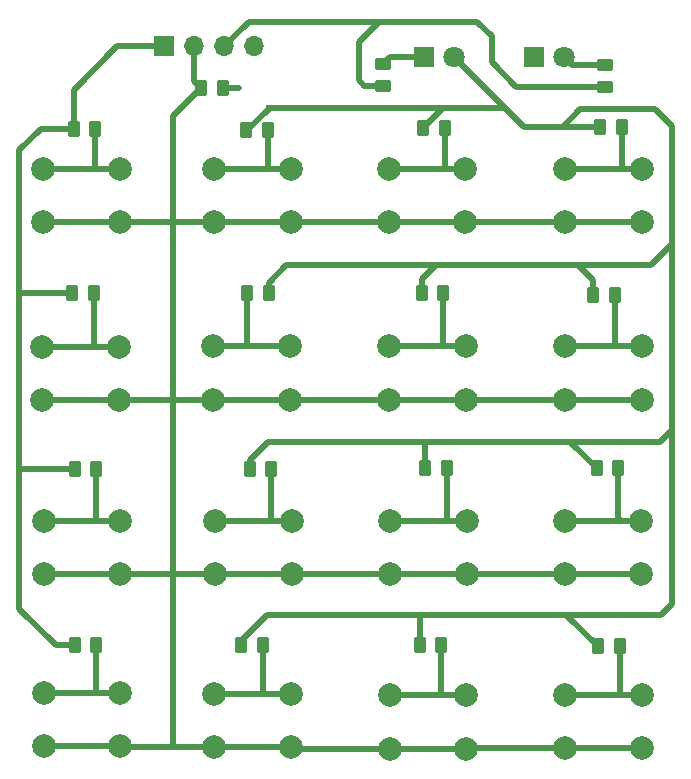
<source format=gbr>
%TF.GenerationSoftware,KiCad,Pcbnew,8.0.6*%
%TF.CreationDate,2024-10-18T13:29:46-03:00*%
%TF.ProjectId,analog-keypad-16-keys,616e616c-6f67-42d6-9b65-797061642d31,rev?*%
%TF.SameCoordinates,Original*%
%TF.FileFunction,Copper,L1,Top*%
%TF.FilePolarity,Positive*%
%FSLAX46Y46*%
G04 Gerber Fmt 4.6, Leading zero omitted, Abs format (unit mm)*
G04 Created by KiCad (PCBNEW 8.0.6) date 2024-10-18 13:29:46*
%MOMM*%
%LPD*%
G01*
G04 APERTURE LIST*
G04 Aperture macros list*
%AMRoundRect*
0 Rectangle with rounded corners*
0 $1 Rounding radius*
0 $2 $3 $4 $5 $6 $7 $8 $9 X,Y pos of 4 corners*
0 Add a 4 corners polygon primitive as box body*
4,1,4,$2,$3,$4,$5,$6,$7,$8,$9,$2,$3,0*
0 Add four circle primitives for the rounded corners*
1,1,$1+$1,$2,$3*
1,1,$1+$1,$4,$5*
1,1,$1+$1,$6,$7*
1,1,$1+$1,$8,$9*
0 Add four rect primitives between the rounded corners*
20,1,$1+$1,$2,$3,$4,$5,0*
20,1,$1+$1,$4,$5,$6,$7,0*
20,1,$1+$1,$6,$7,$8,$9,0*
20,1,$1+$1,$8,$9,$2,$3,0*%
G04 Aperture macros list end*
%TA.AperFunction,ComponentPad*%
%ADD10C,2.000000*%
%TD*%
%TA.AperFunction,SMDPad,CuDef*%
%ADD11RoundRect,0.250000X-0.262500X-0.450000X0.262500X-0.450000X0.262500X0.450000X-0.262500X0.450000X0*%
%TD*%
%TA.AperFunction,ComponentPad*%
%ADD12R,1.700000X1.700000*%
%TD*%
%TA.AperFunction,ComponentPad*%
%ADD13O,1.700000X1.700000*%
%TD*%
%TA.AperFunction,ComponentPad*%
%ADD14R,1.800000X1.800000*%
%TD*%
%TA.AperFunction,ComponentPad*%
%ADD15C,1.800000*%
%TD*%
%TA.AperFunction,SMDPad,CuDef*%
%ADD16RoundRect,0.250000X0.262500X0.450000X-0.262500X0.450000X-0.262500X-0.450000X0.262500X-0.450000X0*%
%TD*%
%TA.AperFunction,SMDPad,CuDef*%
%ADD17RoundRect,0.250000X-0.450000X0.262500X-0.450000X-0.262500X0.450000X-0.262500X0.450000X0.262500X0*%
%TD*%
%TA.AperFunction,SMDPad,CuDef*%
%ADD18RoundRect,0.250000X0.450000X-0.262500X0.450000X0.262500X-0.450000X0.262500X-0.450000X-0.262500X0*%
%TD*%
%TA.AperFunction,ViaPad*%
%ADD19C,0.600000*%
%TD*%
%TA.AperFunction,Conductor*%
%ADD20C,0.500000*%
%TD*%
G04 APERTURE END LIST*
D10*
%TO.P,SW1,1,1*%
%TO.N,Net-(R1-Pad2)*%
X98800000Y-49600000D03*
X105300000Y-49600000D03*
%TO.P,SW1,2,2*%
%TO.N,Signal*%
X98800000Y-54100000D03*
X105300000Y-54100000D03*
%TD*%
%TO.P,SW11,1,1*%
%TO.N,Net-(R10-Pad2)*%
X128200000Y-79400000D03*
X134700000Y-79400000D03*
%TO.P,SW11,2,2*%
%TO.N,Signal*%
X128200000Y-83900000D03*
X134700000Y-83900000D03*
%TD*%
D11*
%TO.P,R2,1*%
%TO.N,VCC*%
X101275000Y-60100000D03*
%TO.P,R2,2*%
%TO.N,Net-(R2-Pad2)*%
X103100000Y-60100000D03*
%TD*%
%TO.P,R3,1*%
%TO.N,VCC*%
X101475000Y-75000000D03*
%TO.P,R3,2*%
%TO.N,Net-(R3-Pad2)*%
X103300000Y-75000000D03*
%TD*%
D12*
%TO.P,J1,1,Pin_1*%
%TO.N,VCC*%
X109060000Y-39200000D03*
D13*
%TO.P,J1,2,Pin_2*%
%TO.N,Signal*%
X111600000Y-39200000D03*
%TO.P,J1,3,Pin_3*%
%TO.N,LEDs*%
X114140000Y-39200000D03*
%TO.P,J1,4,Pin_4*%
%TO.N,GND*%
X116680000Y-39200000D03*
%TD*%
D11*
%TO.P,R8,1*%
%TO.N,VCC*%
X115987500Y-46300000D03*
%TO.P,R8,2*%
%TO.N,Net-(R8-Pad2)*%
X117812500Y-46300000D03*
%TD*%
D10*
%TO.P,SW4,1,1*%
%TO.N,Net-(R4-Pad2)*%
X98850000Y-93950000D03*
X105350000Y-93950000D03*
%TO.P,SW4,2,2*%
%TO.N,Signal*%
X98850000Y-98450000D03*
X105350000Y-98450000D03*
%TD*%
%TO.P,SW15,1,1*%
%TO.N,Net-(R14-Pad2)*%
X142950000Y-79350000D03*
X149450000Y-79350000D03*
%TO.P,SW15,2,2*%
%TO.N,Signal*%
X142950000Y-83850000D03*
X149450000Y-83850000D03*
%TD*%
D11*
%TO.P,R15,1*%
%TO.N,VCC*%
X145787500Y-90000000D03*
%TO.P,R15,2*%
%TO.N,Net-(R15-Pad2)*%
X147612500Y-90000000D03*
%TD*%
D14*
%TO.P,D2,1,K*%
%TO.N,GND*%
X140400000Y-40100000D03*
D15*
%TO.P,D2,2,A*%
%TO.N,Net-(D2-A)*%
X142940000Y-40100000D03*
%TD*%
D10*
%TO.P,SW7,1,1*%
%TO.N,Net-(R6-Pad2)*%
X113350000Y-79350000D03*
X119850000Y-79350000D03*
%TO.P,SW7,2,2*%
%TO.N,Signal*%
X113350000Y-83850000D03*
X119850000Y-83850000D03*
%TD*%
D11*
%TO.P,R14,1*%
%TO.N,VCC*%
X145687500Y-74900000D03*
%TO.P,R14,2*%
%TO.N,Net-(R14-Pad2)*%
X147512500Y-74900000D03*
%TD*%
D16*
%TO.P,R5,1*%
%TO.N,VCC*%
X117900000Y-60100000D03*
%TO.P,R5,2*%
%TO.N,Net-(R5-Pad2)*%
X116075000Y-60100000D03*
%TD*%
D10*
%TO.P,SW13,1,1*%
%TO.N,Net-(R16-Pad2)*%
X143000000Y-49600000D03*
X149500000Y-49600000D03*
%TO.P,SW13,2,2*%
%TO.N,Signal*%
X143000000Y-54100000D03*
X149500000Y-54100000D03*
%TD*%
D11*
%TO.P,R7,1*%
%TO.N,VCC*%
X115587500Y-89900000D03*
%TO.P,R7,2*%
%TO.N,Net-(R7-Pad2)*%
X117412500Y-89900000D03*
%TD*%
D10*
%TO.P,SW12,1,1*%
%TO.N,Net-(R11-Pad2)*%
X128150000Y-94150000D03*
X134650000Y-94150000D03*
%TO.P,SW12,2,2*%
%TO.N,Signal*%
X128150000Y-98650000D03*
X134650000Y-98650000D03*
%TD*%
D17*
%TO.P,R19,1*%
%TO.N,Net-(D2-A)*%
X146400000Y-40775000D03*
%TO.P,R19,2*%
%TO.N,LEDs*%
X146400000Y-42600000D03*
%TD*%
D11*
%TO.P,R12,1*%
%TO.N,VCC*%
X130987500Y-46100000D03*
%TO.P,R12,2*%
%TO.N,Net-(R12-Pad2)*%
X132812500Y-46100000D03*
%TD*%
D10*
%TO.P,SW3,1,1*%
%TO.N,Net-(R3-Pad2)*%
X98850000Y-79350000D03*
X105350000Y-79350000D03*
%TO.P,SW3,2,2*%
%TO.N,Signal*%
X98850000Y-83850000D03*
X105350000Y-83850000D03*
%TD*%
%TO.P,SW10,1,1*%
%TO.N,Net-(R9-Pad2)*%
X128100000Y-64600000D03*
X134600000Y-64600000D03*
%TO.P,SW10,2,2*%
%TO.N,Signal*%
X128100000Y-69100000D03*
X134600000Y-69100000D03*
%TD*%
D11*
%TO.P,R17,1*%
%TO.N,Signal*%
X112187500Y-42700000D03*
%TO.P,R17,2*%
%TO.N,GND*%
X114012500Y-42700000D03*
%TD*%
D10*
%TO.P,SW6,1,1*%
%TO.N,Net-(R5-Pad2)*%
X113200000Y-64600000D03*
X119700000Y-64600000D03*
%TO.P,SW6,2,2*%
%TO.N,Signal*%
X113200000Y-69100000D03*
X119700000Y-69100000D03*
%TD*%
%TO.P,SW2,1,1*%
%TO.N,Net-(R2-Pad2)*%
X98750000Y-64650000D03*
X105250000Y-64650000D03*
%TO.P,SW2,2,2*%
%TO.N,Signal*%
X98750000Y-69150000D03*
X105250000Y-69150000D03*
%TD*%
%TO.P,SW9,1,1*%
%TO.N,Net-(R12-Pad2)*%
X128050000Y-49550000D03*
X134550000Y-49550000D03*
%TO.P,SW9,2,2*%
%TO.N,Signal*%
X128050000Y-54050000D03*
X134550000Y-54050000D03*
%TD*%
%TO.P,SW16,1,1*%
%TO.N,Net-(R15-Pad2)*%
X143000000Y-94100000D03*
X149500000Y-94100000D03*
%TO.P,SW16,2,2*%
%TO.N,Signal*%
X143000000Y-98600000D03*
X149500000Y-98600000D03*
%TD*%
D11*
%TO.P,R10,1*%
%TO.N,VCC*%
X131175000Y-74900000D03*
%TO.P,R10,2*%
%TO.N,Net-(R10-Pad2)*%
X133000000Y-74900000D03*
%TD*%
%TO.P,R6,1*%
%TO.N,VCC*%
X116287500Y-75000000D03*
%TO.P,R6,2*%
%TO.N,Net-(R6-Pad2)*%
X118112500Y-75000000D03*
%TD*%
%TO.P,R4,1*%
%TO.N,VCC*%
X101475000Y-89900000D03*
%TO.P,R4,2*%
%TO.N,Net-(R4-Pad2)*%
X103300000Y-89900000D03*
%TD*%
D10*
%TO.P,SW14,1,1*%
%TO.N,Net-(R13-Pad2)*%
X143000000Y-64600000D03*
X149500000Y-64600000D03*
%TO.P,SW14,2,2*%
%TO.N,Signal*%
X143000000Y-69100000D03*
X149500000Y-69100000D03*
%TD*%
D11*
%TO.P,R9,1*%
%TO.N,VCC*%
X130875000Y-60100000D03*
%TO.P,R9,2*%
%TO.N,Net-(R9-Pad2)*%
X132700000Y-60100000D03*
%TD*%
D10*
%TO.P,SW5,1,1*%
%TO.N,Net-(R8-Pad2)*%
X113300000Y-49600000D03*
X119800000Y-49600000D03*
%TO.P,SW5,2,2*%
%TO.N,Signal*%
X113300000Y-54100000D03*
X119800000Y-54100000D03*
%TD*%
D14*
%TO.P,D1,1,K*%
%TO.N,Net-(D1-K)*%
X131060000Y-40100000D03*
D15*
%TO.P,D1,2,A*%
%TO.N,VCC*%
X133600000Y-40100000D03*
%TD*%
D11*
%TO.P,R16,1*%
%TO.N,VCC*%
X145987500Y-46000000D03*
%TO.P,R16,2*%
%TO.N,Net-(R16-Pad2)*%
X147812500Y-46000000D03*
%TD*%
%TO.P,R11,1*%
%TO.N,VCC*%
X130687500Y-89900000D03*
%TO.P,R11,2*%
%TO.N,Net-(R11-Pad2)*%
X132512500Y-89900000D03*
%TD*%
%TO.P,R1,1*%
%TO.N,VCC*%
X101387500Y-46200000D03*
%TO.P,R1,2*%
%TO.N,Net-(R1-Pad2)*%
X103212500Y-46200000D03*
%TD*%
D18*
%TO.P,R18,1*%
%TO.N,LEDs*%
X127600000Y-42512500D03*
%TO.P,R18,2*%
%TO.N,Net-(D1-K)*%
X127600000Y-40687500D03*
%TD*%
D11*
%TO.P,R13,1*%
%TO.N,VCC*%
X145387500Y-60200000D03*
%TO.P,R13,2*%
%TO.N,Net-(R13-Pad2)*%
X147212500Y-60200000D03*
%TD*%
D10*
%TO.P,SW8,1,1*%
%TO.N,Net-(R7-Pad2)*%
X113300000Y-94050000D03*
X119800000Y-94050000D03*
%TO.P,SW8,2,2*%
%TO.N,Signal*%
X113300000Y-98550000D03*
X119800000Y-98550000D03*
%TD*%
D19*
%TO.N,VCC*%
X117900000Y-44450000D03*
%TO.N,GND*%
X115300000Y-42700000D03*
%TD*%
D20*
%TO.N,VCC*%
X117900000Y-44503122D02*
X117900000Y-44450000D01*
X101275000Y-60100000D02*
X96800000Y-60100000D01*
X152050000Y-71650000D02*
X152050000Y-70600000D01*
X152050000Y-55450000D02*
X152050000Y-45900000D01*
X115587500Y-89512500D02*
X117800000Y-87300000D01*
X96800000Y-48000000D02*
X98600000Y-46200000D01*
X152000000Y-55950000D02*
X152050000Y-55900000D01*
X142800000Y-46000000D02*
X142500000Y-46000000D01*
X130687500Y-89900000D02*
X130687500Y-87337500D01*
X117800000Y-87300000D02*
X130650000Y-87300000D01*
X105050000Y-39200000D02*
X101387500Y-42862500D01*
X96800000Y-86800000D02*
X96800000Y-74950000D01*
X130875000Y-58925000D02*
X132100000Y-57700000D01*
X133000000Y-57700000D02*
X144100000Y-57700000D01*
X131175000Y-72675000D02*
X131200000Y-72650000D01*
X116287500Y-75000000D02*
X116287500Y-74212500D01*
X98600000Y-46200000D02*
X101387500Y-46200000D01*
X117953122Y-44450000D02*
X117953122Y-44450000D01*
X143087500Y-87300000D02*
X145787500Y-90000000D01*
X139500000Y-46000000D02*
X142500000Y-46000000D01*
X145387500Y-58987500D02*
X145387500Y-60200000D01*
X152050000Y-70600000D02*
X152050000Y-55450000D01*
X151050000Y-72650000D02*
X152050000Y-71650000D01*
X131200000Y-72650000D02*
X143437500Y-72650000D01*
X96800000Y-60100000D02*
X96800000Y-48000000D01*
X132637500Y-44450000D02*
X133700000Y-44450000D01*
X150650000Y-44500000D02*
X144300000Y-44500000D01*
X96800000Y-74950000D02*
X96800000Y-60100000D01*
X144100000Y-57700000D02*
X150250000Y-57700000D01*
X152050000Y-55900000D02*
X152050000Y-55450000D01*
X130875000Y-60100000D02*
X130875000Y-58925000D01*
X99900000Y-89900000D02*
X96800000Y-86800000D01*
X115587500Y-89900000D02*
X115587500Y-89512500D01*
X132100000Y-57700000D02*
X133000000Y-57700000D01*
X133700000Y-44450000D02*
X137950000Y-44450000D01*
X116287500Y-74212500D02*
X117850000Y-72650000D01*
X116103122Y-46300000D02*
X117900000Y-44503122D01*
X144300000Y-44500000D02*
X142800000Y-46000000D01*
X115987500Y-46300000D02*
X116103122Y-46300000D01*
X119400000Y-57700000D02*
X133000000Y-57700000D01*
X151150000Y-87300000D02*
X152050000Y-86400000D01*
X130987500Y-46100000D02*
X132637500Y-44450000D01*
X109060000Y-39200000D02*
X105050000Y-39200000D01*
X143437500Y-72650000D02*
X151050000Y-72650000D01*
X133600000Y-40100000D02*
X137950000Y-44450000D01*
X131175000Y-74900000D02*
X131175000Y-72675000D01*
X143087500Y-87300000D02*
X151150000Y-87300000D01*
X152050000Y-45900000D02*
X150650000Y-44500000D01*
X143437500Y-72650000D02*
X145687500Y-74900000D01*
X101387500Y-42862500D02*
X101387500Y-46200000D01*
X130687500Y-87337500D02*
X130650000Y-87300000D01*
X101475000Y-75000000D02*
X96850000Y-75000000D01*
X142500000Y-46000000D02*
X145987500Y-46000000D01*
X152050000Y-86400000D02*
X152050000Y-70600000D01*
X150250000Y-57700000D02*
X152050000Y-55900000D01*
X101475000Y-89900000D02*
X99900000Y-89900000D01*
X117953122Y-44450000D02*
X133700000Y-44450000D01*
X117900000Y-60100000D02*
X117900000Y-59200000D01*
X117900000Y-44450000D02*
X117953122Y-44450000D01*
X137950000Y-44450000D02*
X139500000Y-46000000D01*
X117900000Y-59200000D02*
X119400000Y-57700000D01*
X96850000Y-75000000D02*
X96800000Y-74950000D01*
X144100000Y-57700000D02*
X145387500Y-58987500D01*
X130650000Y-87300000D02*
X143087500Y-87300000D01*
X117850000Y-72650000D02*
X131200000Y-72650000D01*
%TO.N,Net-(D1-K)*%
X128187500Y-40100000D02*
X127600000Y-40687500D01*
X131060000Y-40100000D02*
X128187500Y-40100000D01*
%TO.N,GND*%
X114012500Y-42700000D02*
X115300000Y-42700000D01*
X115300000Y-42700000D02*
X115350000Y-42700000D01*
%TO.N,Net-(D2-A)*%
X146400000Y-40775000D02*
X143615000Y-40775000D01*
X143615000Y-40775000D02*
X142940000Y-40100000D01*
%TO.N,Signal*%
X113300000Y-54100000D02*
X104200000Y-54100000D01*
X134600000Y-69100000D02*
X128100000Y-69100000D01*
X113300000Y-98550000D02*
X109800000Y-98550000D01*
X111600000Y-42112500D02*
X112187500Y-42700000D01*
X111600000Y-39200000D02*
X111600000Y-42112500D01*
X109800000Y-45087500D02*
X109800000Y-98550000D01*
X134600000Y-54100000D02*
X134550000Y-54050000D01*
X149500000Y-69100000D02*
X143000000Y-69100000D01*
X134700000Y-98600000D02*
X134650000Y-98650000D01*
X119850000Y-54050000D02*
X119800000Y-54100000D01*
X128150000Y-98650000D02*
X119900000Y-98650000D01*
X149500000Y-54100000D02*
X143000000Y-54100000D01*
X149450000Y-83850000D02*
X142950000Y-83850000D01*
X149500000Y-98600000D02*
X143000000Y-98600000D01*
X104200000Y-54100000D02*
X98800000Y-54100000D01*
X134600000Y-69100000D02*
X143000000Y-69100000D01*
X105300000Y-54100000D02*
X104200000Y-54100000D01*
X105350000Y-83850000D02*
X98850000Y-83850000D01*
X119800000Y-98550000D02*
X113300000Y-98550000D01*
X119900000Y-98650000D02*
X119800000Y-98550000D01*
X105250000Y-69150000D02*
X98750000Y-69150000D01*
X134650000Y-98650000D02*
X128150000Y-98650000D01*
X134700000Y-83900000D02*
X128200000Y-83900000D01*
X143000000Y-98600000D02*
X134700000Y-98600000D01*
X143000000Y-54100000D02*
X134600000Y-54100000D01*
X105250000Y-69150000D02*
X105650000Y-69150000D01*
X119900000Y-83900000D02*
X119850000Y-83850000D01*
X105650000Y-69150000D02*
X105700000Y-69100000D01*
X128200000Y-83900000D02*
X119900000Y-83900000D01*
X109800000Y-98550000D02*
X105450000Y-98550000D01*
X134550000Y-54050000D02*
X128050000Y-54050000D01*
X128050000Y-54050000D02*
X119850000Y-54050000D01*
X105350000Y-98450000D02*
X98850000Y-98450000D01*
X119800000Y-54100000D02*
X113300000Y-54100000D01*
X105700000Y-69100000D02*
X113200000Y-69100000D01*
X142950000Y-83850000D02*
X142450000Y-83850000D01*
X119700000Y-69100000D02*
X113200000Y-69100000D01*
X142400000Y-83900000D02*
X134700000Y-83900000D01*
X112187500Y-42700000D02*
X109800000Y-45087500D01*
X119850000Y-83850000D02*
X113350000Y-83850000D01*
X113350000Y-83850000D02*
X105350000Y-83850000D01*
X105450000Y-98550000D02*
X105350000Y-98450000D01*
X119700000Y-69100000D02*
X128100000Y-69100000D01*
X142450000Y-83850000D02*
X142400000Y-83900000D01*
%TO.N,LEDs*%
X136800000Y-40550000D02*
X136800000Y-38350000D01*
X125550000Y-42050000D02*
X126012500Y-42512500D01*
X126012500Y-42512500D02*
X127600000Y-42512500D01*
X114140000Y-39200000D02*
X116240000Y-37100000D01*
X127250000Y-37100000D02*
X125550000Y-38800000D01*
X116240000Y-37100000D02*
X127700000Y-37100000D01*
X146400000Y-42600000D02*
X138850000Y-42600000D01*
X125550000Y-38800000D02*
X125550000Y-42050000D01*
X127700000Y-37100000D02*
X127250000Y-37100000D01*
X136800000Y-38350000D02*
X135550000Y-37100000D01*
X138850000Y-42600000D02*
X136800000Y-40550000D01*
X135550000Y-37100000D02*
X127700000Y-37100000D01*
%TO.N,Net-(R1-Pad2)*%
X103200000Y-49600000D02*
X105300000Y-49600000D01*
X103212500Y-49587500D02*
X103200000Y-49600000D01*
X103212500Y-46200000D02*
X103212500Y-49587500D01*
X98800000Y-49600000D02*
X103200000Y-49600000D01*
%TO.N,Net-(R2-Pad2)*%
X103100000Y-64550000D02*
X103000000Y-64650000D01*
X98750000Y-64650000D02*
X103000000Y-64650000D01*
X103100000Y-60100000D02*
X103100000Y-64550000D01*
X103000000Y-64650000D02*
X105250000Y-64650000D01*
%TO.N,Net-(R3-Pad2)*%
X103100000Y-79350000D02*
X105350000Y-79350000D01*
X103300000Y-79150000D02*
X103100000Y-79350000D01*
X98850000Y-79350000D02*
X103100000Y-79350000D01*
X103300000Y-75000000D02*
X103300000Y-79150000D01*
%TO.N,Net-(R4-Pad2)*%
X98850000Y-93950000D02*
X103350000Y-93950000D01*
X103350000Y-93950000D02*
X105350000Y-93950000D01*
X103300000Y-93900000D02*
X103350000Y-93950000D01*
X103300000Y-89900000D02*
X103300000Y-93900000D01*
%TO.N,Net-(R5-Pad2)*%
X116075000Y-60100000D02*
X116075000Y-64525000D01*
X113200000Y-64600000D02*
X116000000Y-64600000D01*
X116075000Y-64525000D02*
X116000000Y-64600000D01*
X116000000Y-64600000D02*
X119700000Y-64600000D01*
%TO.N,Net-(R6-Pad2)*%
X113350000Y-79350000D02*
X118050000Y-79350000D01*
X118112500Y-75000000D02*
X118112500Y-79287500D01*
X118050000Y-79350000D02*
X119850000Y-79350000D01*
X118112500Y-79287500D02*
X118050000Y-79350000D01*
%TO.N,Net-(R7-Pad2)*%
X117412500Y-89900000D02*
X117412500Y-93837500D01*
X117200000Y-94050000D02*
X119800000Y-94050000D01*
X117412500Y-93837500D02*
X117200000Y-94050000D01*
X113300000Y-94050000D02*
X117200000Y-94050000D01*
%TO.N,Net-(R8-Pad2)*%
X117812500Y-49537500D02*
X117750000Y-49600000D01*
X117750000Y-49600000D02*
X119800000Y-49600000D01*
X117812500Y-46300000D02*
X117812500Y-49537500D01*
X113300000Y-49600000D02*
X117750000Y-49600000D01*
%TO.N,Net-(R9-Pad2)*%
X128100000Y-64600000D02*
X132700000Y-64600000D01*
X132700000Y-60100000D02*
X132700000Y-64600000D01*
X132700000Y-64600000D02*
X134600000Y-64600000D01*
%TO.N,Net-(R10-Pad2)*%
X133000000Y-74900000D02*
X133000000Y-79400000D01*
X128200000Y-79400000D02*
X133000000Y-79400000D01*
X133000000Y-79400000D02*
X134700000Y-79400000D01*
%TO.N,Net-(R11-Pad2)*%
X132450000Y-94150000D02*
X134650000Y-94150000D01*
X132512500Y-94087500D02*
X132450000Y-94150000D01*
X132512500Y-89900000D02*
X132512500Y-94087500D01*
X128150000Y-94150000D02*
X132450000Y-94150000D01*
%TO.N,Net-(R12-Pad2)*%
X132812500Y-49487500D02*
X132750000Y-49550000D01*
X128050000Y-49550000D02*
X132750000Y-49550000D01*
X132812500Y-46100000D02*
X132812500Y-49487500D01*
X132750000Y-49550000D02*
X134550000Y-49550000D01*
%TO.N,Net-(R13-Pad2)*%
X147212500Y-64462500D02*
X147350000Y-64600000D01*
X143000000Y-64600000D02*
X147350000Y-64600000D01*
X147350000Y-64600000D02*
X149500000Y-64600000D01*
X147212500Y-60200000D02*
X147212500Y-64462500D01*
%TO.N,Net-(R14-Pad2)*%
X142950000Y-79350000D02*
X147700000Y-79350000D01*
X147512500Y-74900000D02*
X147512500Y-79162500D01*
X147512500Y-79162500D02*
X147700000Y-79350000D01*
X147700000Y-79350000D02*
X149450000Y-79350000D01*
%TO.N,Net-(R15-Pad2)*%
X143000000Y-94100000D02*
X147600000Y-94100000D01*
X147600000Y-94100000D02*
X149500000Y-94100000D01*
X147612500Y-94087500D02*
X147600000Y-94100000D01*
X147612500Y-90000000D02*
X147612500Y-94087500D01*
%TO.N,Net-(R16-Pad2)*%
X147900000Y-49600000D02*
X149500000Y-49600000D01*
X143000000Y-49600000D02*
X147900000Y-49600000D01*
X147812500Y-46000000D02*
X147812500Y-49512500D01*
X147812500Y-49512500D02*
X147900000Y-49600000D01*
%TD*%
M02*

</source>
